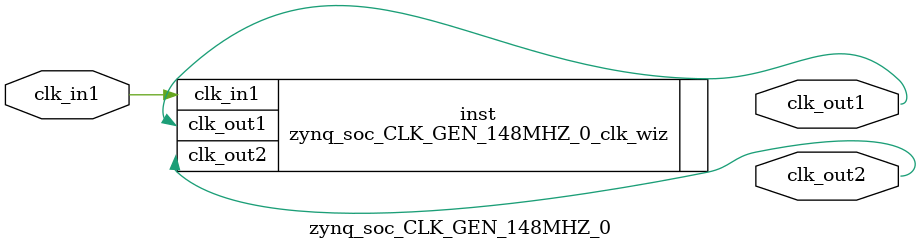
<source format=v>


`timescale 1ps/1ps

(* CORE_GENERATION_INFO = "zynq_soc_CLK_GEN_148MHZ_0,clk_wiz_v5_4_1_0,{component_name=zynq_soc_CLK_GEN_148MHZ_0,use_phase_alignment=true,use_min_o_jitter=false,use_max_i_jitter=false,use_dyn_phase_shift=false,use_inclk_switchover=false,use_dyn_reconfig=false,enable_axi=0,feedback_source=FDBK_AUTO,PRIMITIVE=MMCM,num_out_clk=2,clkin1_period=10.000,clkin2_period=10.000,use_power_down=false,use_reset=false,use_locked=false,use_inclk_stopped=false,feedback_type=SINGLE,CLOCK_MGR_TYPE=NA,manual_override=false}" *)

module zynq_soc_CLK_GEN_148MHZ_0 
 (
  // Clock out ports
  output        clk_out1,
  output        clk_out2,
 // Clock in ports
  input         clk_in1
 );

  zynq_soc_CLK_GEN_148MHZ_0_clk_wiz inst
  (
  // Clock out ports  
  .clk_out1(clk_out1),
  .clk_out2(clk_out2),
 // Clock in ports
  .clk_in1(clk_in1)
  );

endmodule

</source>
